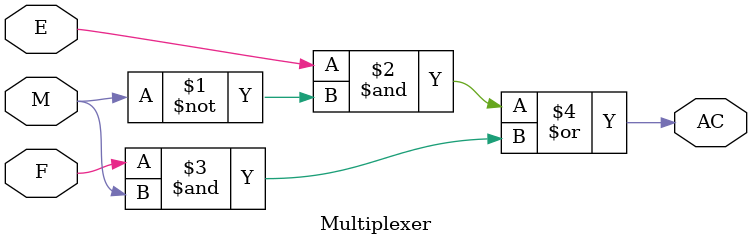
<source format=v>



// Generated by Quartus Prime Version 16.1 (Build Build 196 10/24/2016)
// Created on Thu Sep 21 12:16:03 2017

//  Module Declaration
module Multiplexer
(
	// {{ALTERA_ARGS_BEGIN}} DO NOT REMOVE THIS LINE!
	E, F, M, AC
	// {{ALTERA_ARGS_END}} DO NOT REMOVE THIS LINE!
);
// Port Declaration

	// {{ALTERA_IO_BEGIN}} DO NOT REMOVE THIS LINE!
	input E;
	input F;
	input M;
	output AC;
	// {{ALTERA_IO_END}} DO NOT REMOVE THIS LINE!

assign AC=((E&~M)|(F&M));

endmodule

</source>
